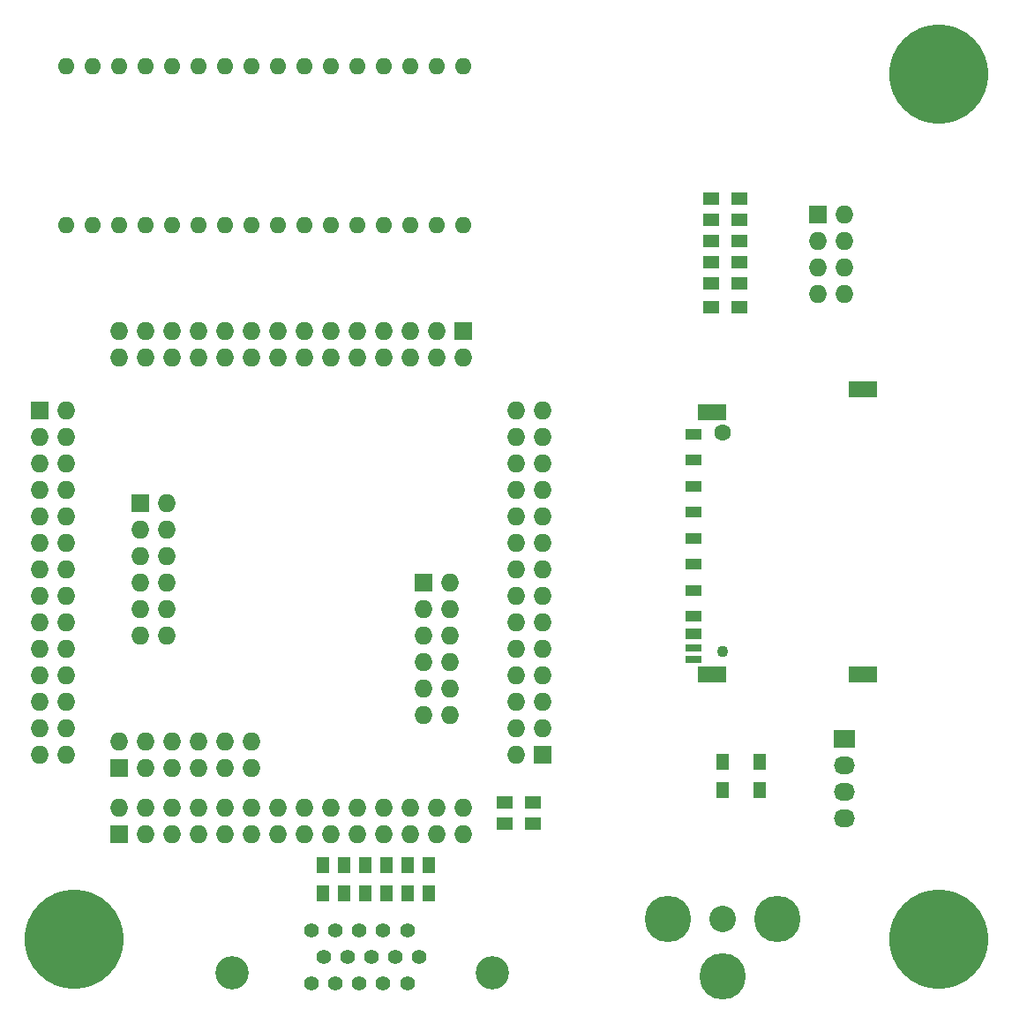
<source format=gbr>
G04 #@! TF.FileFunction,Soldermask,Top*
%FSLAX46Y46*%
G04 Gerber Fmt 4.6, Leading zero omitted, Abs format (unit mm)*
G04 Created by KiCad (PCBNEW 4.0.1-stable) date 12/23/2016 9:48:38 PM*
%MOMM*%
G01*
G04 APERTURE LIST*
%ADD10C,0.150000*%
%ADD11C,9.525000*%
%ADD12R,1.727200X1.727200*%
%ADD13O,1.727200X1.727200*%
%ADD14O,1.600000X1.600000*%
%ADD15C,4.445000*%
%ADD16C,2.540000*%
%ADD17R,1.300000X1.500000*%
%ADD18R,1.500000X1.300000*%
%ADD19C,3.200000*%
%ADD20C,1.397000*%
%ADD21R,2.032000X1.727200*%
%ADD22O,2.032000X1.727200*%
%ADD23R,1.500000X0.700000*%
%ADD24C,1.600000*%
%ADD25R,1.500000X1.000000*%
%ADD26R,2.800000X1.500000*%
%ADD27C,1.100000*%
G04 APERTURE END LIST*
D10*
D11*
X99000000Y-16000000D03*
X99000000Y-99000000D03*
D12*
X20320000Y-88900000D03*
D13*
X20320000Y-86360000D03*
X22860000Y-88900000D03*
X22860000Y-86360000D03*
X25400000Y-88900000D03*
X25400000Y-86360000D03*
X27940000Y-88900000D03*
X27940000Y-86360000D03*
X30480000Y-88900000D03*
X30480000Y-86360000D03*
X33020000Y-88900000D03*
X33020000Y-86360000D03*
X35560000Y-88900000D03*
X35560000Y-86360000D03*
X38100000Y-88900000D03*
X38100000Y-86360000D03*
X40640000Y-88900000D03*
X40640000Y-86360000D03*
X43180000Y-88900000D03*
X43180000Y-86360000D03*
X45720000Y-88900000D03*
X45720000Y-86360000D03*
X48260000Y-88900000D03*
X48260000Y-86360000D03*
X50800000Y-88900000D03*
X50800000Y-86360000D03*
X53340000Y-88900000D03*
X53340000Y-86360000D03*
D12*
X60960000Y-81280000D03*
D13*
X58420000Y-81280000D03*
X60960000Y-78740000D03*
X58420000Y-78740000D03*
X60960000Y-76200000D03*
X58420000Y-76200000D03*
X60960000Y-73660000D03*
X58420000Y-73660000D03*
X60960000Y-71120000D03*
X58420000Y-71120000D03*
X60960000Y-68580000D03*
X58420000Y-68580000D03*
X60960000Y-66040000D03*
X58420000Y-66040000D03*
X60960000Y-63500000D03*
X58420000Y-63500000D03*
X60960000Y-60960000D03*
X58420000Y-60960000D03*
X60960000Y-58420000D03*
X58420000Y-58420000D03*
X60960000Y-55880000D03*
X58420000Y-55880000D03*
X60960000Y-53340000D03*
X58420000Y-53340000D03*
X60960000Y-50800000D03*
X58420000Y-50800000D03*
X60960000Y-48260000D03*
X58420000Y-48260000D03*
D12*
X53340000Y-40640000D03*
D13*
X53340000Y-43180000D03*
X50800000Y-40640000D03*
X50800000Y-43180000D03*
X48260000Y-40640000D03*
X48260000Y-43180000D03*
X45720000Y-40640000D03*
X45720000Y-43180000D03*
X43180000Y-40640000D03*
X43180000Y-43180000D03*
X40640000Y-40640000D03*
X40640000Y-43180000D03*
X38100000Y-40640000D03*
X38100000Y-43180000D03*
X35560000Y-40640000D03*
X35560000Y-43180000D03*
X33020000Y-40640000D03*
X33020000Y-43180000D03*
X30480000Y-40640000D03*
X30480000Y-43180000D03*
X27940000Y-40640000D03*
X27940000Y-43180000D03*
X25400000Y-40640000D03*
X25400000Y-43180000D03*
X22860000Y-40640000D03*
X22860000Y-43180000D03*
X20320000Y-40640000D03*
X20320000Y-43180000D03*
D12*
X12700000Y-48260000D03*
D13*
X15240000Y-48260000D03*
X12700000Y-50800000D03*
X15240000Y-50800000D03*
X12700000Y-53340000D03*
X15240000Y-53340000D03*
X12700000Y-55880000D03*
X15240000Y-55880000D03*
X12700000Y-58420000D03*
X15240000Y-58420000D03*
X12700000Y-60960000D03*
X15240000Y-60960000D03*
X12700000Y-63500000D03*
X15240000Y-63500000D03*
X12700000Y-66040000D03*
X15240000Y-66040000D03*
X12700000Y-68580000D03*
X15240000Y-68580000D03*
X12700000Y-71120000D03*
X15240000Y-71120000D03*
X12700000Y-73660000D03*
X15240000Y-73660000D03*
X12700000Y-76200000D03*
X15240000Y-76200000D03*
X12700000Y-78740000D03*
X15240000Y-78740000D03*
X12700000Y-81280000D03*
X15240000Y-81280000D03*
D14*
X15240000Y-30480000D03*
X17780000Y-30480000D03*
X20320000Y-30480000D03*
X22860000Y-30480000D03*
X25400000Y-30480000D03*
X27940000Y-30480000D03*
X30480000Y-30480000D03*
X33020000Y-30480000D03*
X35560000Y-30480000D03*
X38100000Y-30480000D03*
X40640000Y-30480000D03*
X43180000Y-30480000D03*
X45720000Y-30480000D03*
X48260000Y-30480000D03*
X50800000Y-30480000D03*
X53340000Y-30480000D03*
X53340000Y-15240000D03*
X50800000Y-15240000D03*
X48260000Y-15240000D03*
X45720000Y-15240000D03*
X43180000Y-15240000D03*
X40640000Y-15240000D03*
X38100000Y-15240000D03*
X35560000Y-15240000D03*
X33020000Y-15240000D03*
X30480000Y-15240000D03*
X27940000Y-15240000D03*
X25400000Y-15240000D03*
X22860000Y-15240000D03*
X20320000Y-15240000D03*
X17780000Y-15240000D03*
X15240000Y-15240000D03*
D15*
X78232000Y-102539800D03*
X83477100Y-97028000D03*
X72986900Y-97028000D03*
D16*
X78232000Y-97028000D03*
D12*
X20320000Y-82550000D03*
D13*
X20320000Y-80010000D03*
X22860000Y-82550000D03*
X22860000Y-80010000D03*
X25400000Y-82550000D03*
X25400000Y-80010000D03*
X27940000Y-82550000D03*
X27940000Y-80010000D03*
X30480000Y-82550000D03*
X30480000Y-80010000D03*
X33020000Y-82550000D03*
X33020000Y-80010000D03*
D17*
X48006000Y-91868000D03*
X48006000Y-94568000D03*
X50038000Y-91868000D03*
X50038000Y-94568000D03*
X43942000Y-91868000D03*
X43942000Y-94568000D03*
X45974000Y-91868000D03*
X45974000Y-94568000D03*
X41910000Y-91868000D03*
X41910000Y-94568000D03*
D18*
X57324000Y-85852000D03*
X60024000Y-85852000D03*
X57324000Y-87884000D03*
X60024000Y-87884000D03*
D17*
X81788000Y-81962000D03*
X81788000Y-84662000D03*
X78232000Y-81962000D03*
X78232000Y-84662000D03*
D18*
X77136000Y-27940000D03*
X79836000Y-27940000D03*
X77136000Y-32004000D03*
X79836000Y-32004000D03*
X77136000Y-36068000D03*
X79836000Y-36068000D03*
X79836000Y-29972000D03*
X77136000Y-29972000D03*
X79836000Y-34036000D03*
X77136000Y-34036000D03*
X79836000Y-38354000D03*
X77136000Y-38354000D03*
D19*
X56182260Y-102176580D03*
D20*
X43421300Y-98097340D03*
X45707300Y-98097340D03*
X47998380Y-98097340D03*
X41127680Y-98097340D03*
X38839140Y-98097340D03*
X42273220Y-100637340D03*
X44561760Y-100637340D03*
X46852840Y-100637340D03*
X49143920Y-100637340D03*
D19*
X31193740Y-102176580D03*
D20*
X39982140Y-100637340D03*
X47998380Y-103177340D03*
X45707300Y-103177340D03*
X43418760Y-103174800D03*
X41127680Y-103177340D03*
X38839140Y-103177340D03*
D21*
X89916000Y-79756000D03*
D22*
X89916000Y-82296000D03*
X89916000Y-84836000D03*
X89916000Y-87376000D03*
D12*
X87376000Y-29464000D03*
D13*
X89916000Y-29464000D03*
X87376000Y-32004000D03*
X89916000Y-32004000D03*
X87376000Y-34544000D03*
X89916000Y-34544000D03*
X87376000Y-37084000D03*
X89916000Y-37084000D03*
D11*
X16000000Y-99000000D03*
D17*
X39878000Y-91868000D03*
X39878000Y-94568000D03*
D23*
X75432000Y-72132000D03*
X75432000Y-70992000D03*
D24*
X78232000Y-50412000D03*
D25*
X75432000Y-55532000D03*
X75432000Y-53032000D03*
X75432000Y-58032000D03*
X75432000Y-60532000D03*
X75432000Y-63032000D03*
X75432000Y-65496000D03*
X75432000Y-67952000D03*
X75432000Y-69652000D03*
X75432000Y-50532000D03*
D26*
X77232000Y-48462000D03*
X77232000Y-73562000D03*
X91732000Y-73562000D03*
X91732000Y-46262000D03*
D27*
X78232000Y-71412000D03*
D12*
X22352000Y-57150000D03*
D13*
X24892000Y-57150000D03*
X22352000Y-59690000D03*
X24892000Y-59690000D03*
X22352000Y-62230000D03*
X24892000Y-62230000D03*
X22352000Y-64770000D03*
X24892000Y-64770000D03*
X22352000Y-67310000D03*
X24892000Y-67310000D03*
X22352000Y-69850000D03*
X24892000Y-69850000D03*
D12*
X49530000Y-64770000D03*
D13*
X52070000Y-64770000D03*
X49530000Y-67310000D03*
X52070000Y-67310000D03*
X49530000Y-69850000D03*
X52070000Y-69850000D03*
X49530000Y-72390000D03*
X52070000Y-72390000D03*
X49530000Y-74930000D03*
X52070000Y-74930000D03*
X49530000Y-77470000D03*
X52070000Y-77470000D03*
M02*

</source>
